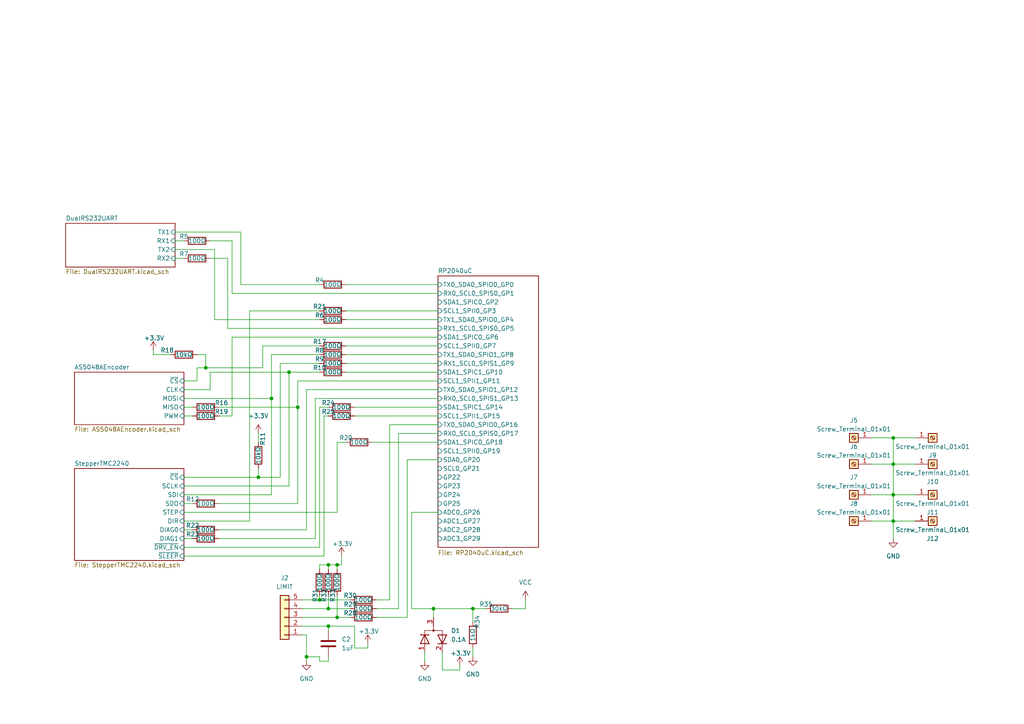
<source format=kicad_sch>
(kicad_sch (version 20231120) (generator "eeschema") (generator_version "8.0")
  (paper "A4")
  (lib_symbols
    (symbol "Connector:Screw_Terminal_01x01" (pin_names (offset 1.016) hide)
      (property "Reference" "J" (at 0 2.54 0))
      (property "Value" "Screw_Terminal_01x01" (at 0 -2.54 0))
      (symbol "Screw_Terminal_01x01_1_1"
        (rectangle (start -1.27 1.27) (end 1.27 -1.27) (stroke (width 0.254)) (fill (type background)))
        (polyline (pts (xy -0.5334 0.3302) (xy 0.3302 -0.508)) (stroke (width 0.1524)))
        (polyline (pts (xy -0.3556 0.508) (xy 0.508 -0.3302)) (stroke (width 0.1524)))
        (circle (center 0 0) (radius 0.635) (stroke (width 0.1524)))
        (pin passive line (at -5.08 0 0) (length 3.81) (name "Pin_1") (number "1"))
      )
    )
    (symbol "Connector_Generic:Conn_01x05" (pin_names (offset 1.016) hide)
      (property "Reference" "J" (at 0 7.62 0))
      (property "Value" "Conn_01x05" (at 0 -7.62 0))
      (symbol "Conn_01x05_1_1"
        (rectangle (start -1.27 -4.953) (end 0 -5.207) (stroke (width 0.1524)))
        (rectangle (start -1.27 -2.413) (end 0 -2.667) (stroke (width 0.1524)))
        (rectangle (start -1.27 0.127) (end 0 -0.127) (stroke (width 0.1524)))
        (rectangle (start -1.27 2.667) (end 0 2.413) (stroke (width 0.1524)))
        (rectangle (start -1.27 5.207) (end 0 4.953) (stroke (width 0.1524)))
        (rectangle (start -1.27 6.35) (end 1.27 -6.35) (stroke (width 0.254)) (fill (type background)))
        (pin passive line (at -5.08 5.08 0) (length 3.81) (name "Pin_1") (number "1"))
        (pin passive line (at -5.08 2.54 0) (length 3.81) (name "Pin_2") (number "2"))
        (pin passive line (at -5.08 0 0) (length 3.81) (name "Pin_3") (number "3"))
        (pin passive line (at -5.08 -2.54 0) (length 3.81) (name "Pin_4") (number "4"))
        (pin passive line (at -5.08 -5.08 0) (length 3.81) (name "Pin_5") (number "5"))
      )
    )
    (symbol "Device:C" (pin_numbers hide) (pin_names (offset 0.254))
      (property "Reference" "C" (at 0.635 2.54 0))
      (property "Value" "C" (at 0.635 -2.54 0))
      (symbol "C_0_1"
        (polyline (pts (xy -2.032 -0.762) (xy 2.032 -0.762)) (stroke (width 0.508)))
        (polyline (pts (xy -2.032 0.762) (xy 2.032 0.762)) (stroke (width 0.508)))
      )
      (symbol "C_1_1"
        (pin passive line (at 0 3.81 270) (length 2.794) (name "~") (number "1"))
        (pin passive line (at 0 -3.81 90) (length 2.794) (name "~") (number "2"))
      )
    )
    (symbol "Device:D_Dual_Series_AKC_Parallel" (pin_names (offset 0.762) hide)
      (property "Reference" "D" (at 0 5.08 0))
      (property "Value" "D_Dual_Series_AKC_Parallel" (at 0 -5.08 0))
      (symbol "D_Dual_Series_AKC_Parallel_0_0"
        (polyline (pts (xy 0 -1.27) (xy 0 -3.81)) (stroke (width 0.254)))
        (polyline (pts (xy 2.54 3.81) (xy 2.54 1.27)) (stroke (width 0.254)))
      )
      (symbol "D_Dual_Series_AKC_Parallel_0_1"
        (circle (center -1.27 0) (radius 0.254) (fill (type outline)))
        (polyline (pts (xy -1.27 0) (xy -2.54 0)))
        (polyline (pts (xy 2.54 2.54) (xy -1.27 2.54) (xy -1.27 -2.54) (xy 2.54 -2.54)))
        (polyline (pts (xy 0 3.81) (xy 2.54 2.54) (xy 0 1.27) (xy 0 3.81) (xy 0 3.81) (xy 0 3.81)) (stroke (width 0.254)))
        (polyline (pts (xy 2.54 -1.27) (xy 0 -2.54) (xy 2.54 -3.81) (xy 2.54 -1.27) (xy 2.54 -1.27) (xy 2.54 -1.27)) (stroke (width 0.254)))
        (pin passive line (at 5.08 -2.54 180) (length 2.54) (name "K") (number "1"))
        (pin passive line (at 5.08 2.54 180) (length 2.54) (name "K") (number "2"))
        (pin passive line (at -5.08 0 0) (length 2.54) (name "A") (number "3"))
      )
    )
    (symbol "Device:R" (pin_numbers hide) (pin_names (offset 0))
      (property "Reference" "R" (at 2.032 0 90))
      (property "Value" "R" (at 0 0 90))
      (symbol "R_0_1"
        (rectangle (start -1.016 -2.54) (end 1.016 2.54) (stroke (width 0.254)))
      )
      (symbol "R_1_1"
        (pin passive line (at 0 3.81 270) (length 1.27) (name "~") (number "1"))
        (pin passive line (at 0 -3.81 90) (length 1.27) (name "~") (number "2"))
      )
    )
    (symbol "power:+3.3V" (power) (pin_names (offset 0))
      (property "Value" "+3.3V" (at 0 3.556 0))
      (symbol "+3.3V_0_1"
        (polyline (pts (xy -0.762 1.27) (xy 0 2.54)))
        (polyline (pts (xy 0 0) (xy 0 2.54)))
        (polyline (pts (xy 0 2.54) (xy 0.762 1.27)))
      )
      (symbol "+3.3V_1_1"
        (pin power_in line (at 0 0 90) (length 0) hide (name "+3.3V") (number "1"))
      )
    )
    (symbol "power:GND" (power) (pin_names (offset 0))
      (property "Value" "GND" (at 0 -3.81 0))
      (symbol "GND_0_1"
        (polyline (pts (xy 0 0) (xy 0 -1.27) (xy 1.27 -1.27) (xy 0 -2.54) (xy -1.27 -1.27) (xy 0 -1.27)))
      )
      (symbol "GND_1_1"
        (pin power_in line (at 0 0 270) (length 0) hide (name "GND") (number "1"))
      )
    )
    (symbol "power:VCC" (power) (pin_numbers hide) (pin_names (offset 0) hide)
      (property "Value" "VCC" (at 0 3.556 0))
      (symbol "VCC_0_1"
        (polyline (pts (xy -0.762 1.27) (xy 0 2.54)))
        (polyline (pts (xy 0 0) (xy 0 2.54)))
        (polyline (pts (xy 0 2.54) (xy 0.762 1.27)))
      )
      (symbol "VCC_1_1"
        (pin power_in line (at 0 0 90) (length 0) (name "~") (number "1"))
      )
    )
  )
  (junction (at 259.08 134.62))
  (junction (at 259.08 127))
  (junction (at 95.25 181.61))
  (junction (at 259.08 151.13))
  (junction (at 97.79 179.07))
  (junction (at 259.08 143.51))
  (junction (at 83.82 107.95))
  (junction (at 74.93 138.43))
  (junction (at 88.9 190.5))
  (junction (at 137.16 176.53))
  (junction (at 92.71 173.99))
  (junction (at 97.79 163.83))
  (junction (at 78.74 115.57))
  (junction (at 59.69 106.68))
  (junction (at 86.36 118.11))
  (junction (at 125.73 176.53))
  (junction (at 95.25 176.53))
  (junction (at 95.25 163.83))
  (wire (pts (xy 57.15 106.68) (xy 57.15 110.49)))
  (wire (pts (xy 259.08 134.62) (xy 259.08 143.51)))
  (wire (pts (xy 99.06 163.83) (xy 99.06 161.29)))
  (wire (pts (xy 57.15 102.87) (xy 59.69 102.87)))
  (wire (pts (xy 67.31 97.79) (xy 127 97.79)))
  (wire (pts (xy 53.34 118.11) (xy 55.88 118.11)))
  (wire (pts (xy 66.04 95.25) (xy 127 95.25)))
  (wire (pts (xy 119.38 148.59) (xy 127 148.59)))
  (wire (pts (xy 97.79 148.59) (xy 97.79 128.27)))
  (wire (pts (xy 63.5 156.21) (xy 91.44 156.21)))
  (wire (pts (xy 91.44 115.57) (xy 127 115.57)))
  (wire (pts (xy 100.33 82.55) (xy 127 82.55)))
  (wire (pts (xy 106.68 187.96) (xy 106.68 186.69)))
  (wire (pts (xy 107.95 128.27) (xy 127 128.27)))
  (wire (pts (xy 74.93 135.89) (xy 74.93 138.43)))
  (wire (pts (xy 128.27 189.23) (xy 128.27 194.31)))
  (wire (pts (xy 50.8 72.39) (xy 62.23 72.39)))
  (wire (pts (xy 100.33 105.41) (xy 127 105.41)))
  (wire (pts (xy 113.03 173.99) (xy 113.03 123.19)))
  (wire (pts (xy 115.57 176.53) (xy 115.57 125.73)))
  (wire (pts (xy 50.8 69.85) (xy 53.34 69.85)))
  (wire (pts (xy 86.36 118.11) (xy 86.36 110.49)))
  (wire (pts (xy 92.71 118.11) (xy 92.71 158.75)))
  (wire (pts (xy 76.2 100.33) (xy 76.2 106.68)))
  (wire (pts (xy 53.34 115.57) (xy 78.74 115.57)))
  (wire (pts (xy 152.4 176.53) (xy 148.59 176.53)))
  (wire (pts (xy 72.39 151.13) (xy 53.34 151.13)))
  (wire (pts (xy 92.71 102.87) (xy 78.74 102.87)))
  (wire (pts (xy 44.45 102.87) (xy 49.53 102.87)))
  (wire (pts (xy 100.33 100.33) (xy 127 100.33)))
  (wire (pts (xy 95.25 163.83) (xy 97.79 163.83)))
  (wire (pts (xy 97.79 179.07) (xy 101.6 179.07)))
  (wire (pts (xy 123.19 189.23) (xy 123.19 191.77)))
  (wire (pts (xy 259.08 134.62) (xy 265.43 134.62)))
  (wire (pts (xy 60.96 69.85) (xy 67.31 69.85)))
  (wire (pts (xy 259.08 151.13) (xy 265.43 151.13)))
  (wire (pts (xy 259.08 151.13) (xy 259.08 156.21)))
  (wire (pts (xy 252.73 127) (xy 259.08 127)))
  (wire (pts (xy 125.73 176.53) (xy 125.73 179.07)))
  (wire (pts (xy 72.39 90.17) (xy 72.39 151.13)))
  (wire (pts (xy 60.96 74.93) (xy 66.04 74.93)))
  (wire (pts (xy 97.79 163.83) (xy 99.06 163.83)))
  (wire (pts (xy 60.96 113.03) (xy 53.34 113.03)))
  (wire (pts (xy 53.34 138.43) (xy 74.93 138.43)))
  (wire (pts (xy 92.71 190.5) (xy 92.71 191.77)))
  (wire (pts (xy 118.11 179.07) (xy 118.11 133.35)))
  (wire (pts (xy 91.44 156.21) (xy 91.44 115.57)))
  (wire (pts (xy 53.34 120.65) (xy 55.88 120.65)))
  (wire (pts (xy 87.63 184.15) (xy 88.9 184.15)))
  (wire (pts (xy 92.71 158.75) (xy 53.34 158.75)))
  (wire (pts (xy 92.71 82.55) (xy 69.85 82.55)))
  (wire (pts (xy 59.69 102.87) (xy 59.69 106.68)))
  (wire (pts (xy 62.23 92.71) (xy 92.71 92.71)))
  (wire (pts (xy 115.57 125.73) (xy 127 125.73)))
  (wire (pts (xy 259.08 127) (xy 259.08 134.62)))
  (wire (pts (xy 137.16 187.96) (xy 137.16 190.5)))
  (wire (pts (xy 93.98 120.65) (xy 95.25 120.65)))
  (wire (pts (xy 106.68 187.96) (xy 102.87 187.96)))
  (wire (pts (xy 100.33 92.71) (xy 127 92.71)))
  (wire (pts (xy 102.87 181.61) (xy 95.25 181.61)))
  (wire (pts (xy 88.9 184.15) (xy 88.9 190.5)))
  (wire (pts (xy 113.03 123.19) (xy 127 123.19)))
  (wire (pts (xy 88.9 191.77) (xy 88.9 190.5)))
  (wire (pts (xy 95.25 181.61) (xy 87.63 181.61)))
  (wire (pts (xy 100.33 102.87) (xy 127 102.87)))
  (wire (pts (xy 59.69 106.68) (xy 57.15 106.68)))
  (wire (pts (xy 66.04 74.93) (xy 66.04 95.25)))
  (wire (pts (xy 252.73 143.51) (xy 259.08 143.51)))
  (wire (pts (xy 133.35 194.31) (xy 133.35 193.04)))
  (wire (pts (xy 97.79 172.72) (xy 97.79 179.07)))
  (wire (pts (xy 88.9 153.67) (xy 88.9 113.03)))
  (wire (pts (xy 44.45 101.6) (xy 44.45 102.87)))
  (wire (pts (xy 97.79 163.83) (xy 97.79 165.1)))
  (wire (pts (xy 83.82 107.95) (xy 83.82 140.97)))
  (wire (pts (xy 102.87 118.11) (xy 127 118.11)))
  (wire (pts (xy 50.8 74.93) (xy 53.34 74.93)))
  (wire (pts (xy 109.22 173.99) (xy 113.03 173.99)))
  (wire (pts (xy 95.25 172.72) (xy 95.25 176.53)))
  (wire (pts (xy 92.71 165.1) (xy 92.71 163.83)))
  (wire (pts (xy 67.31 69.85) (xy 67.31 85.09)))
  (wire (pts (xy 125.73 176.53) (xy 119.38 176.53)))
  (wire (pts (xy 259.08 143.51) (xy 259.08 151.13)))
  (wire (pts (xy 100.33 90.17) (xy 127 90.17)))
  (wire (pts (xy 259.08 127) (xy 265.43 127)))
  (wire (pts (xy 87.63 179.07) (xy 97.79 179.07)))
  (wire (pts (xy 118.11 133.35) (xy 127 133.35)))
  (wire (pts (xy 53.34 153.67) (xy 55.88 153.67)))
  (wire (pts (xy 92.71 191.77) (xy 95.25 191.77)))
  (wire (pts (xy 152.4 173.99) (xy 152.4 176.53)))
  (wire (pts (xy 83.82 107.95) (xy 60.96 107.95)))
  (wire (pts (xy 69.85 67.31) (xy 50.8 67.31)))
  (wire (pts (xy 88.9 190.5) (xy 92.71 190.5)))
  (wire (pts (xy 86.36 146.05) (xy 86.36 118.11)))
  (wire (pts (xy 92.71 107.95) (xy 83.82 107.95)))
  (wire (pts (xy 86.36 110.49) (xy 127 110.49)))
  (wire (pts (xy 83.82 140.97) (xy 53.34 140.97)))
  (wire (pts (xy 92.71 163.83) (xy 95.25 163.83)))
  (wire (pts (xy 119.38 148.59) (xy 119.38 176.53)))
  (wire (pts (xy 78.74 143.51) (xy 53.34 143.51)))
  (wire (pts (xy 63.5 118.11) (xy 86.36 118.11)))
  (wire (pts (xy 95.25 181.61) (xy 95.25 182.88)))
  (wire (pts (xy 109.22 176.53) (xy 115.57 176.53)))
  (wire (pts (xy 69.85 67.31) (xy 69.85 82.55)))
  (wire (pts (xy 95.25 176.53) (xy 101.6 176.53)))
  (wire (pts (xy 60.96 107.95) (xy 60.96 113.03)))
  (wire (pts (xy 95.25 118.11) (xy 92.71 118.11)))
  (wire (pts (xy 95.25 191.77) (xy 95.25 190.5)))
  (wire (pts (xy 74.93 138.43) (xy 81.28 138.43)))
  (wire (pts (xy 128.27 194.31) (xy 133.35 194.31)))
  (wire (pts (xy 252.73 134.62) (xy 259.08 134.62)))
  (wire (pts (xy 63.5 153.67) (xy 88.9 153.67)))
  (wire (pts (xy 67.31 120.65) (xy 67.31 97.79)))
  (wire (pts (xy 102.87 187.96) (xy 102.87 181.61)))
  (wire (pts (xy 259.08 143.51) (xy 265.43 143.51)))
  (wire (pts (xy 62.23 72.39) (xy 62.23 92.71)))
  (wire (pts (xy 252.73 151.13) (xy 259.08 151.13)))
  (wire (pts (xy 137.16 176.53) (xy 125.73 176.53)))
  (wire (pts (xy 100.33 107.95) (xy 127 107.95)))
  (wire (pts (xy 109.22 179.07) (xy 118.11 179.07)))
  (wire (pts (xy 81.28 105.41) (xy 92.71 105.41)))
  (wire (pts (xy 63.5 146.05) (xy 86.36 146.05)))
  (wire (pts (xy 137.16 180.34) (xy 137.16 176.53)))
  (wire (pts (xy 87.63 176.53) (xy 95.25 176.53)))
  (wire (pts (xy 137.16 176.53) (xy 140.97 176.53)))
  (wire (pts (xy 53.34 161.29) (xy 93.98 161.29)))
  (wire (pts (xy 92.71 172.72) (xy 92.71 173.99)))
  (wire (pts (xy 95.25 163.83) (xy 95.25 165.1)))
  (wire (pts (xy 57.15 110.49) (xy 53.34 110.49)))
  (wire (pts (xy 63.5 120.65) (xy 67.31 120.65)))
  (wire (pts (xy 78.74 102.87) (xy 78.74 115.57)))
  (wire (pts (xy 74.93 125.73) (xy 74.93 128.27)))
  (wire (pts (xy 78.74 115.57) (xy 78.74 143.51)))
  (wire (pts (xy 67.31 85.09) (xy 127 85.09)))
  (wire (pts (xy 92.71 90.17) (xy 72.39 90.17)))
  (wire (pts (xy 88.9 113.03) (xy 127 113.03)))
  (wire (pts (xy 92.71 100.33) (xy 76.2 100.33)))
  (wire (pts (xy 87.63 173.99) (xy 92.71 173.99)))
  (wire (pts (xy 53.34 148.59) (xy 97.79 148.59)))
  (wire (pts (xy 53.34 146.05) (xy 55.88 146.05)))
  (wire (pts (xy 102.87 120.65) (xy 127 120.65)))
  (wire (pts (xy 92.71 173.99) (xy 101.6 173.99)))
  (wire (pts (xy 93.98 161.29) (xy 93.98 120.65)))
  (wire (pts (xy 76.2 106.68) (xy 59.69 106.68)))
  (wire (pts (xy 53.34 156.21) (xy 55.88 156.21)))
  (wire (pts (xy 81.28 105.41) (xy 81.28 138.43)))
  (wire (pts (xy 97.79 128.27) (xy 100.33 128.27)))
  (symbol (lib_id "power:+3.3V") (at 99.06 161.29 0) (unit 1)
    (property "Reference" "#PWR017" (effects (hide yes)))
    (property "Value" "+3.3V" (at 99.314 157.734 0))
  )
  (symbol (lib_id "Device:R") (at 92.71 168.91 180) (unit 1)
    (property "Reference" "R31" (at 91.44 172.72 90))
    (property "Value" "100Ω" (at 92.71 168.91 90))
    (property "Footprint" "Resistor_SMD:R_0603_1608Metric" (effects (hide yes)))
    (property "Description" "Resistor" (effects (hide yes)))
  )
  (symbol (lib_id "Device:C") (at 95.25 186.69 0) (unit 1)
    (property "Reference" "C2" (at 99.06 185.4199 0) (effects (justify left)))
    (property "Value" "1uF" (at 99.06 187.9599 0) (effects (justify left)))
    (property "Footprint" "Capacitor_SMD:C_0603_1608Metric" (effects (hide yes)))
  )
  (symbol (lib_id "Device:R") (at 96.52 90.17 90) (unit 1)
    (property "Reference" "R21" (at 92.71 88.9 90))
    (property "Value" "100Ω" (at 96.52 90.17 90))
    (property "Footprint" "Resistor_SMD:R_0603_1608Metric" (effects (hide yes)))
    (property "Description" "Resistor" (effects (hide yes)))
  )
  (symbol (lib_id "Device:R") (at 95.25 168.91 180) (unit 1)
    (property "Reference" "R32" (at 93.98 172.72 90))
    (property "Value" "100Ω" (at 95.25 168.91 90))
    (property "Footprint" "Resistor_SMD:R_0603_1608Metric" (effects (hide yes)))
    (property "Description" "Resistor" (effects (hide yes)))
  )
  (symbol (lib_id "power:GND") (at 259.08 156.21 0) (unit 1)
    (property "Reference" "#PWR026" (effects (hide yes)))
    (property "Value" "GND" (at 259.08 161.29 0))
  )
  (symbol (lib_id "Connector:Screw_Terminal_01x01") (at 247.65 127 180) (unit 1)
    (property "Reference" "J5" (at 247.65 121.92 0))
    (property "Value" "Screw_Terminal_01x01" (at 247.65 124.46 0))
    (property "Footprint" "MountingHole:MountingHole_3.2mm_M3_DIN965_Pad" (effects (hide yes)))
  )
  (symbol (lib_id "Device:R") (at 137.16 184.15 0) (unit 1)
    (property "Reference" "R34" (at 138.43 180.34 90))
    (property "Value" "1kΩ" (at 137.16 184.15 90))
    (property "Footprint" "Resistor_SMD:R_0603_1608Metric" (effects (hide yes)))
    (property "Description" "Resistor" (effects (hide yes)))
  )
  (symbol (lib_id "power:GND") (at 137.16 190.5 0) (mirror y) (unit 1)
    (property "Reference" "#PWR018" (effects (hide yes)))
    (property "Value" "GND" (at 137.16 195.58 0))
  )
  (symbol (lib_id "Device:R") (at 59.69 146.05 90) (unit 1)
    (property "Reference" "R12" (at 55.88 144.78 90))
    (property "Value" "100Ω" (at 59.69 146.05 90))
    (property "Footprint" "Resistor_SMD:R_0603_1608Metric" (effects (hide yes)))
    (property "Description" "Resistor" (effects (hide yes)))
  )
  (symbol (lib_id "power:GND") (at 88.9 191.77 0) (mirror y) (unit 1)
    (property "Reference" "#PWR016" (effects (hide yes)))
    (property "Value" "GND" (at 88.9 196.85 0))
  )
  (symbol (lib_id "Device:R") (at 59.69 118.11 90) (unit 1)
    (property "Reference" "R16" (at 64.262 116.84 90))
    (property "Value" "100Ω" (at 59.69 118.11 90))
    (property "Footprint" "Resistor_SMD:R_0603_1608Metric" (effects (hide yes)))
    (property "Description" "Resistor" (effects (hide yes)))
  )
  (symbol (lib_id "Device:R") (at 105.41 179.07 90) (unit 1)
    (property "Reference" "R28" (at 101.6 177.8 90))
    (property "Value" "100Ω" (at 105.41 179.07 90))
    (property "Footprint" "Resistor_SMD:R_0603_1608Metric" (effects (hide yes)))
    (property "Description" "Resistor" (effects (hide yes)))
  )
  (symbol (lib_id "Device:R") (at 57.15 69.85 90) (unit 1)
    (property "Reference" "R5" (at 53.34 68.58 90))
    (property "Value" "100Ω" (at 57.15 69.85 90))
    (property "Footprint" "Resistor_SMD:R_0603_1608Metric" (effects (hide yes)))
    (property "Description" "Resistor" (effects (hide yes)))
  )
  (symbol (lib_id "Connector:Screw_Terminal_01x01") (at 247.65 134.62 180) (unit 1)
    (property "Reference" "J6" (at 247.65 129.54 0))
    (property "Value" "Screw_Terminal_01x01" (at 247.65 132.08 0))
    (property "Footprint" "MountingHole:MountingHole_3.2mm_M3_DIN965_Pad" (effects (hide yes)))
  )
  (symbol (lib_id "Device:R") (at 59.69 153.67 90) (unit 1)
    (property "Reference" "R22" (at 55.88 152.4 90))
    (property "Value" "100Ω" (at 59.69 153.67 90))
    (property "Footprint" "Resistor_SMD:R_0603_1608Metric" (effects (hide yes)))
    (property "Description" "Resistor" (effects (hide yes)))
  )
  (symbol (lib_id "Device:R") (at 59.69 156.21 90) (unit 1)
    (property "Reference" "R23" (at 55.88 154.94 90))
    (property "Value" "100Ω" (at 59.69 156.21 90))
    (property "Footprint" "Resistor_SMD:R_0603_1608Metric" (effects (hide yes)))
    (property "Description" "Resistor" (effects (hide yes)))
  )
  (symbol (lib_id "Device:R") (at 96.52 102.87 90) (unit 1)
    (property "Reference" "R8" (at 92.71 101.6 90))
    (property "Value" "100Ω" (at 96.52 102.87 90))
    (property "Footprint" "Resistor_SMD:R_0603_1608Metric" (effects (hide yes)))
    (property "Description" "Resistor" (effects (hide yes)))
  )
  (symbol (lib_id "Connector:Screw_Terminal_01x01") (at 247.65 143.51 180) (unit 1)
    (property "Reference" "J7" (at 247.65 138.43 0))
    (property "Value" "Screw_Terminal_01x01" (at 247.65 140.97 0))
    (property "Footprint" "MountingHole:MountingHole_3.2mm_M3_DIN965_Pad" (effects (hide yes)))
  )
  (symbol (lib_id "Device:R") (at 53.34 102.87 90) (unit 1)
    (property "Reference" "R18" (at 48.514 101.6 90))
    (property "Value" "10kΩ" (at 53.34 102.87 90))
    (property "Footprint" "Resistor_SMD:R_0603_1608Metric" (effects (hide yes)))
    (property "Description" "Resistor" (effects (hide yes)))
  )
  (symbol (lib_id "Connector:Screw_Terminal_01x01") (at 270.51 151.13 0) (unit 1)
    (property "Reference" "J12" (at 270.51 156.21 0))
    (property "Value" "Screw_Terminal_01x01" (at 270.51 153.67 0))
    (property "Footprint" "MountingHole:MountingHole_3.2mm_M3_DIN965_Pad" (effects (hide yes)))
  )
  (symbol (lib_id "power:VCC") (at 152.4 173.99 0) (unit 1)
    (property "Reference" "#PWR031" (effects (hide yes)))
    (property "Value" "VCC" (at 152.4 168.91 0))
    (property "Description" "Power symbol creates a global label with name \"VCC\"" (effects (hide yes)))
  )
  (symbol (lib_id "Device:R") (at 57.15 74.93 90) (unit 1)
    (property "Reference" "R7" (at 53.34 73.66 90))
    (property "Value" "100Ω" (at 57.15 74.93 90))
    (property "Footprint" "Resistor_SMD:R_0603_1608Metric" (effects (hide yes)))
    (property "Description" "Resistor" (effects (hide yes)))
  )
  (symbol (lib_id "Device:R") (at 99.06 120.65 90) (unit 1)
    (property "Reference" "R25" (at 95.25 119.38 90))
    (property "Value" "100Ω" (at 99.06 120.65 90))
    (property "Footprint" "Resistor_SMD:R_0603_1608Metric" (effects (hide yes)))
    (property "Description" "Resistor" (effects (hide yes)))
  )
  (symbol (lib_id "Connector:Screw_Terminal_01x01") (at 270.51 143.51 0) (unit 1)
    (property "Reference" "J11" (at 270.51 148.59 0))
    (property "Value" "Screw_Terminal_01x01" (at 270.51 146.05 0))
    (property "Footprint" "MountingHole:MountingHole_3.2mm_M3_DIN965_Pad" (effects (hide yes)))
  )
  (symbol (lib_id "Connector:Screw_Terminal_01x01") (at 247.65 151.13 180) (unit 1)
    (property "Reference" "J8" (at 247.65 146.05 0))
    (property "Value" "Screw_Terminal_01x01" (at 247.65 148.59 0))
    (property "Footprint" "MountingHole:MountingHole_3.2mm_M3_DIN965_Pad" (effects (hide yes)))
  )
  (symbol (lib_id "Device:R") (at 105.41 173.99 90) (unit 1)
    (property "Reference" "R30" (at 101.6 172.72 90))
    (property "Value" "100Ω" (at 105.41 173.99 90))
    (property "Footprint" "Resistor_SMD:R_0603_1608Metric" (effects (hide yes)))
    (property "Description" "Resistor" (effects (hide yes)))
  )
  (symbol (lib_id "power:+3.3V") (at 133.35 193.04 0) (unit 1)
    (property "Reference" "#PWR032" (effects (hide yes)))
    (property "Value" "+3.3V" (at 133.604 189.484 0))
  )
  (symbol (lib_id "Device:R") (at 104.14 128.27 90) (unit 1)
    (property "Reference" "R20" (at 100.33 127 90))
    (property "Value" "100Ω" (at 104.14 128.27 90))
    (property "Footprint" "Resistor_SMD:R_0603_1608Metric" (effects (hide yes)))
    (property "Description" "Resistor" (effects (hide yes)))
  )
  (symbol (lib_id "power:+3.3V") (at 74.93 125.73 0) (unit 1)
    (property "Reference" "#PWR013" (effects (hide yes)))
    (property "Value" "+3.3V" (at 74.93 120.65 0))
  )
  (symbol (lib_id "Connector:Screw_Terminal_01x01") (at 270.51 134.62 0) (unit 1)
    (property "Reference" "J10" (at 270.51 139.7 0))
    (property "Value" "Screw_Terminal_01x01" (at 270.51 137.16 0))
    (property "Footprint" "MountingHole:MountingHole_3.2mm_M3_DIN965_Pad" (effects (hide yes)))
  )
  (symbol (lib_id "Device:R") (at 96.52 92.71 90) (unit 1)
    (property "Reference" "R6" (at 92.71 91.44 90))
    (property "Value" "100Ω" (at 96.52 92.71 90))
    (property "Footprint" "Resistor_SMD:R_0603_1608Metric" (effects (hide yes)))
    (property "Description" "Resistor" (effects (hide yes)))
  )
  (symbol (lib_id "Device:R") (at 59.69 120.65 90) (unit 1)
    (property "Reference" "R19" (at 64.262 119.38 90))
    (property "Value" "100Ω" (at 59.69 120.65 90))
    (property "Footprint" "Resistor_SMD:R_0603_1608Metric" (effects (hide yes)))
    (property "Description" "Resistor" (effects (hide yes)))
  )
  (symbol (lib_id "Connector:Screw_Terminal_01x01") (at 270.51 127 0) (unit 1)
    (property "Reference" "J9" (at 270.51 132.08 0))
    (property "Value" "Screw_Terminal_01x01" (at 270.51 129.54 0))
    (property "Footprint" "MountingHole:MountingHole_3.2mm_M3_DIN965_Pad" (effects (hide yes)))
  )
  (symbol (lib_id "Device:R") (at 97.79 168.91 180) (unit 1)
    (property "Reference" "R33" (at 96.52 172.72 90))
    (property "Value" "100Ω" (at 97.79 168.91 90))
    (property "Footprint" "Resistor_SMD:R_0603_1608Metric" (effects (hide yes)))
    (property "Description" "Resistor" (effects (hide yes)))
  )
  (symbol (lib_id "Device:R") (at 96.52 82.55 90) (unit 1)
    (property "Reference" "R4" (at 92.71 81.28 90))
    (property "Value" "100Ω" (at 96.52 82.55 90))
    (property "Footprint" "Resistor_SMD:R_0603_1608Metric" (effects (hide yes)))
    (property "Description" "Resistor" (effects (hide yes)))
  )
  (symbol (lib_id "Device:R") (at 96.52 105.41 90) (unit 1)
    (property "Reference" "R9" (at 92.71 104.14 90))
    (property "Value" "100Ω" (at 96.52 105.41 90))
    (property "Footprint" "Resistor_SMD:R_0603_1608Metric" (effects (hide yes)))
    (property "Description" "Resistor" (effects (hide yes)))
  )
  (symbol (lib_id "power:+3.3V") (at 44.45 101.6 0) (unit 1)
    (property "Reference" "#PWR014" (effects (hide yes)))
    (property "Value" "+3.3V" (at 44.704 98.044 0))
  )
  (symbol (lib_id "Device:R") (at 74.93 132.08 0) (unit 1)
    (property "Reference" "R11" (at 76.2 127.254 90))
    (property "Value" "10kΩ" (at 74.93 132.08 90))
    (property "Footprint" "Resistor_SMD:R_0603_1608Metric" (effects (hide yes)))
    (property "Description" "Resistor" (effects (hide yes)))
  )
  (symbol (lib_id "Device:R") (at 105.41 176.53 90) (unit 1)
    (property "Reference" "R29" (at 101.6 175.26 90))
    (property "Value" "100Ω" (at 105.41 176.53 90))
    (property "Footprint" "Resistor_SMD:R_0603_1608Metric" (effects (hide yes)))
    (property "Description" "Resistor" (effects (hide yes)))
  )
  (symbol (lib_id "Device:R") (at 96.52 100.33 90) (unit 1)
    (property "Reference" "R17" (at 92.71 99.06 90))
    (property "Value" "100Ω" (at 96.52 100.33 90))
    (property "Footprint" "Resistor_SMD:R_0603_1608Metric" (effects (hide yes)))
    (property "Description" "Resistor" (effects (hide yes)))
  )
  (symbol (lib_id "power:+3.3V") (at 106.68 186.69 0) (unit 1)
    (property "Reference" "#PWR015" (effects (hide yes)))
    (property "Value" "+3.3V" (at 106.934 183.134 0))
  )
  (symbol (lib_id "Connector_Generic:Conn_01x05") (at 82.55 179.07 180) (unit 1)
    (property "Reference" "J2" (at 82.55 167.64 0))
    (property "Value" "LIMIT" (at 82.55 170.18 0))
    (property "Footprint" "Connector_PinHeader_2.54mm:PinHeader_1x05_P2.54mm_Vertical" (effects (hide yes)))
    (property "Description" "Generic connector, single row, 01x05, script generated (kicad-library-utils/schlib/autogen/connector/)" (effects (hide yes)))
  )
  (symbol (lib_id "Device:R") (at 99.06 118.11 90) (unit 1)
    (property "Reference" "R24" (at 95.25 116.84 90))
    (property "Value" "100Ω" (at 99.06 118.11 90))
    (property "Footprint" "Resistor_SMD:R_0603_1608Metric" (effects (hide yes)))
    (property "Description" "Resistor" (effects (hide yes)))
  )
  (symbol (lib_id "Device:R") (at 144.78 176.53 90) (unit 1)
    (property "Reference" "R35" (at 140.97 175.26 90))
    (property "Value" "30kΩ" (at 144.78 176.53 90))
    (property "Footprint" "Resistor_SMD:R_0603_1608Metric" (effects (hide yes)))
    (property "Description" "Resistor" (effects (hide yes)))
  )
  (symbol (lib_id "Device:D_Dual_Series_AKC_Parallel") (at 125.73 184.15 270) (unit 1)
    (property "Reference" "D1" (at 130.81 182.9434 90) (effects (justify left)))
    (property "Value" "0.1A" (at 130.81 185.4834 90) (effects (justify left)))
    (property "Footprint" "Package_TO_SOT_SMD:SOT-23-3" (effects (hide yes)))
    (property "Description" "Dual diode, anode/cathode/center" (effects (hide yes)))
  )
  (symbol (lib_id "Device:R") (at 96.52 107.95 90) (unit 1)
    (property "Reference" "R10" (at 92.71 106.68 90))
    (property "Value" "100Ω" (at 96.52 107.95 90))
    (property "Footprint" "Resistor_SMD:R_0603_1608Metric" (effects (hide yes)))
    (property "Description" "Resistor" (effects (hide yes)))
  )
  (symbol (lib_id "power:GND") (at 123.19 191.77 0) (mirror y) (unit 1)
    (property "Reference" "#PWR039" (effects (hide yes)))
    (property "Value" "GND" (at 123.19 196.85 0))
  )
  (sheet (at 127 80.01) (size 29.21 78.74) (stroke (width 0.1524))
    (property "Sheetname" "RP2040uC" (at 127 79.2984 0) (effects (justify left bottom)))
    (property "Sheetfile" "RP2040uC.kicad_sch" (at 127 159.5886 0) (effects (justify left top)))
    (pin "TX1_SDA0_SPIO0_GP4" input (at 127 92.71 180))
    (pin "SCL1_SPII0_GP3" input (at 127 90.17 180))
    (pin "RX0_SCL0_SPIS0_GP1" input (at 127 85.09 180))
    (pin "RX1_SCL0_SPIS0_GP5" input (at 127 95.25 180))
    (pin "TX0_SDA0_SPIO0_GP0" input (at 127 82.55 180))
    (pin "SDA1_SPIC0_GP2" input (at 127 87.63 180))
    (pin "SDA1_SPIC0_GP6" input (at 127 97.79 180))
    (pin "SCL1_SPII0_GP7" input (at 127 100.33 180))
    (pin "SDA1_SPIC1_GP14" input (at 127 118.11 180))
    (pin "SCL1_SPII1_GP11" input (at 127 110.49 180))
    (pin "SDA1_SPIC1_GP10" input (at 127 107.95 180))
    (pin "TX0_SDA0_SPIO1_GP12" input (at 127 113.03 180))
    (pin "TX1_SDA0_SPIO1_GP8" input (at 127 102.87 180))
    (pin "RX0_SCL0_SPIS1_GP13" input (at 127 115.57 180))
    (pin "RX1_SCL0_SPIS1_GP9" input (at 127 105.41 180))
    (pin "SDA0_GP20" input (at 127 133.35 180))
    (pin "SCL1_SPII0_GP19" input (at 127 130.81 180))
    (pin "SCL1_SPII1_GP15" input (at 127 120.65 180))
    (pin "SDA1_SPIC0_GP18" input (at 127 128.27 180))
    (pin "TX0_SDA0_SPIO0_GP16" input (at 127 123.19 180))
    (pin "RX0_SCL0_SPIS0_GP17" input (at 127 125.73 180))
    (pin "SCL0_GP21" input (at 127 135.89 180))
    (pin "GP23" input (at 127 140.97 180))
    (pin "GP24" input (at 127 143.51 180))
    (pin "GP25" input (at 127 146.05 180))
    (pin "GP22" input (at 127 138.43 180))
    (pin "ADC1_GP27" input (at 127 151.13 180))
    (pin "ADC0_GP26" input (at 127 148.59 180))
    (pin "ADC3_GP29" input (at 127 156.21 180))
    (pin "ADC2_GP28" input (at 127 153.67 180))
  )
  (sheet (at 21.59 107.95) (size 31.75 15.24) (stroke (width 0.1524))
    (property "Sheetname" "AS5048AEncoder" (at 21.59 107.2384 0) (effects (justify left bottom)))
    (property "Sheetfile" "AS5048AEncoder.kicad_sch" (at 21.59 123.7746 0) (effects (justify left top)))
    (pin "~{CS}" input (at 53.34 110.49 0))
    (pin "CLK" input (at 53.34 113.03 0))
    (pin "MOSI" input (at 53.34 115.57 0))
    (pin "MISO" input (at 53.34 118.11 0))
    (pin "PWM" input (at 53.34 120.65 0))
  )
  (sheet (at 19.05 64.77) (size 31.75 12.7) (stroke (width 0.1524))
    (property "Sheetname" "DualRS232UART" (at 19.05 64.0584 0) (effects (justify left bottom)))
    (property "Sheetfile" "DualRS232UART.kicad_sch" (at 19.05 78.0546 0) (effects (justify left top)))
    (pin "RX2" input (at 50.8 74.93 0))
    (pin "RX1" input (at 50.8 69.85 0))
    (pin "TX2" input (at 50.8 72.39 0))
    (pin "TX1" input (at 50.8 67.31 0))
  )
  (sheet (at 21.59 135.89) (size 31.75 26.67) (stroke (width 0.1524))
    (property "Sheetname" "StepperTMC2240" (at 21.59 135.1784 0) (effects (justify left bottom)))
    (property "Sheetfile" "StepperTMC2240.kicad_sch" (at 21.59 163.1446 0) (effects (justify left top)))
    (pin "SDO" input (at 53.34 146.05 0))
    (pin "STEP" input (at 53.34 148.59 0))
    (pin "SCLK" input (at 53.34 140.97 0))
    (pin "SDI" input (at 53.34 143.51 0))
    (pin "~{SLEEP}" input (at 53.34 161.29 0))
    (pin "DIAG1" input (at 53.34 156.21 0))
    (pin "DIAG0" input (at 53.34 153.67 0))
    (pin "~{CS}" input (at 53.34 138.43 0))
    (pin "~{DRV_EN}" input (at 53.34 158.75 0))
    (pin "DIR" input (at 53.34 151.13 0))
  )
)
</source>
